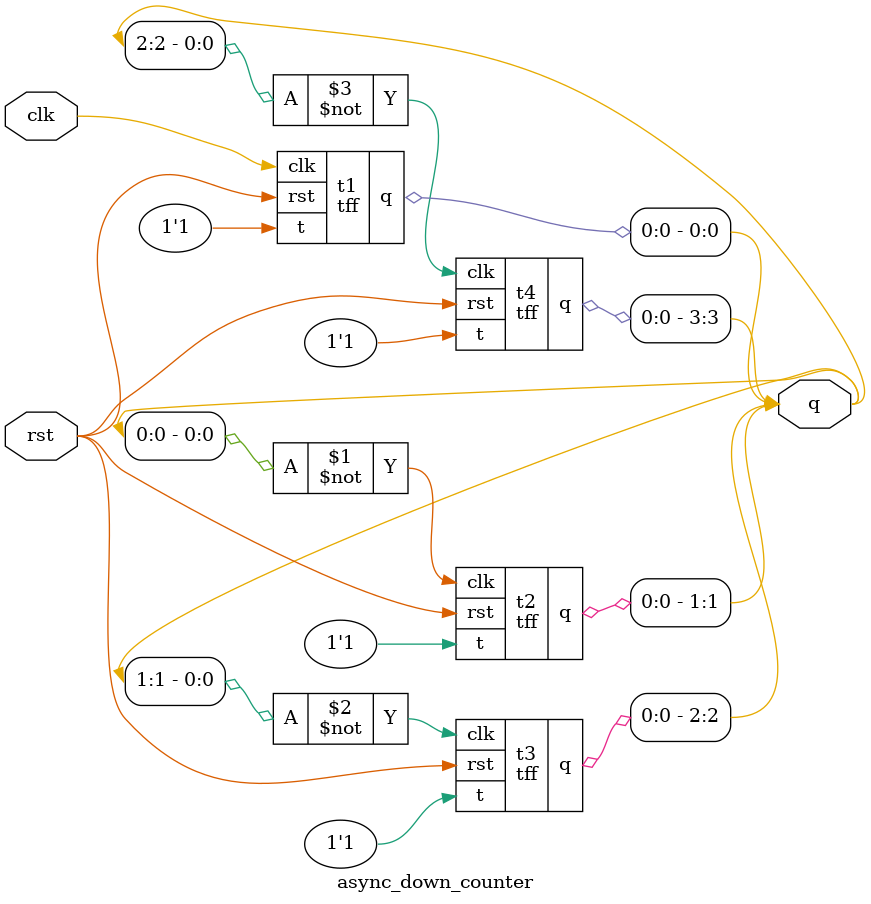
<source format=v>
module tff(input t,clk,rst, output reg q);
always @(negedge clk or posedge rst) begin
	if (rst) q<=0;
	else if (t) q<=~q;
end
endmodule

module async_down_counter(input clk,rst, output [3:0] q);
tff t1(.clk(clk),.rst(rst),.t(1'b1),.q(q[0]));
tff t2(.clk(~q[0]),.rst(rst),.t(1'b1),.q(q[1]));
tff t3(.clk(~q[1]),.rst(rst),.t(1'b1),.q(q[2]));
tff t4(.clk(~q[2]),.rst(rst),.t(1'b1),.q(q[3]));
endmodule


</source>
